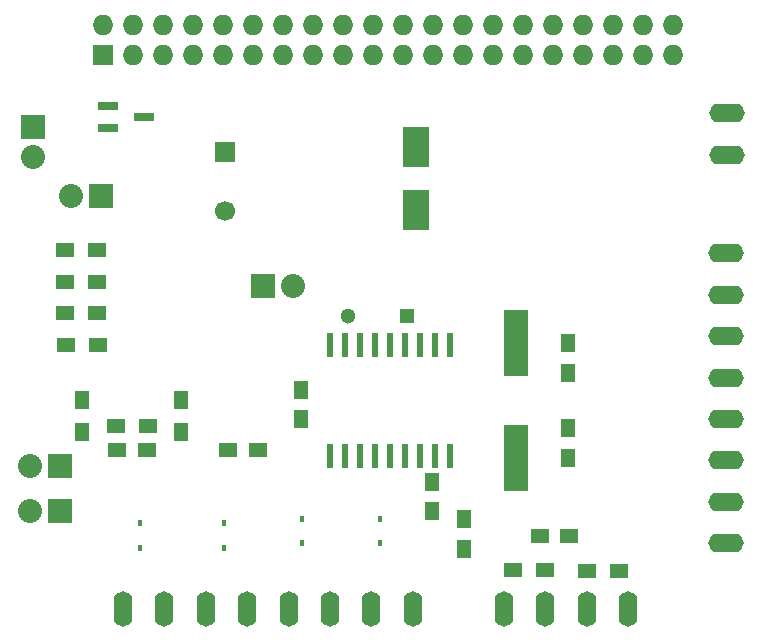
<source format=gbs>
G04 #@! TF.FileFunction,Soldermask,Bot*
%FSLAX46Y46*%
G04 Gerber Fmt 4.6, Leading zero omitted, Abs format (unit mm)*
G04 Created by KiCad (PCBNEW (2015-06-25 BZR 5821)-product) date Thu 25 Jun 2015 01:48:58 PM EDT*
%MOMM*%
G01*
G04 APERTURE LIST*
%ADD10C,0.200000*%
%ADD11R,1.500000X1.300000*%
%ADD12R,0.600000X2.000000*%
%ADD13R,1.250000X1.500000*%
%ADD14C,1.700000*%
%ADD15R,1.700000X1.700000*%
%ADD16R,1.300000X1.300000*%
%ADD17C,1.300000*%
%ADD18R,1.500000X1.250000*%
%ADD19R,2.301240X3.500120*%
%ADD20R,0.450000X0.590000*%
%ADD21O,3.000000X1.600000*%
%ADD22R,1.727200X1.727200*%
%ADD23O,1.727200X1.727200*%
%ADD24R,2.032000X2.032000*%
%ADD25O,2.032000X2.032000*%
%ADD26R,1.800860X0.800100*%
%ADD27R,1.300000X1.500000*%
%ADD28R,2.100580X5.600700*%
%ADD29O,1.600000X3.000000*%
G04 APERTURE END LIST*
D10*
D11*
X78359000Y-69977000D03*
X81059000Y-69977000D03*
X72103000Y-69850000D03*
X74803000Y-69850000D03*
D12*
X56642000Y-50799000D03*
X57912000Y-50799000D03*
X59182000Y-50799000D03*
X60452000Y-50799000D03*
X61722000Y-50799000D03*
X62992000Y-50799000D03*
X64262000Y-50799000D03*
X65532000Y-50799000D03*
X66802000Y-50799000D03*
X66802000Y-60199000D03*
X65532000Y-60199000D03*
X64262000Y-60199000D03*
X62992000Y-60199000D03*
X61722000Y-60199000D03*
X60452000Y-60199000D03*
X59182000Y-60199000D03*
X57912000Y-60199000D03*
X56642000Y-60199000D03*
D13*
X76800000Y-50650000D03*
X76800000Y-53150000D03*
D14*
X47752000Y-39497000D03*
D15*
X47752000Y-34497000D03*
D16*
X63119000Y-48387000D03*
D17*
X58119000Y-48387000D03*
D18*
X48026000Y-59690000D03*
X50526000Y-59690000D03*
X38628000Y-59690000D03*
X41128000Y-59690000D03*
D13*
X65278000Y-62377000D03*
X65278000Y-64877000D03*
X67945000Y-68052000D03*
X67945000Y-65552000D03*
X76800000Y-60350000D03*
X76800000Y-57850000D03*
X54200000Y-57100000D03*
X54200000Y-54600000D03*
D18*
X76900000Y-67000000D03*
X74400000Y-67000000D03*
D19*
X63881000Y-39403020D03*
X63881000Y-34002980D03*
D20*
X40513000Y-65874000D03*
X40513000Y-67984000D03*
X47625000Y-65874000D03*
X47625000Y-67984000D03*
X54229000Y-65493000D03*
X54229000Y-67603000D03*
X60833000Y-65493000D03*
X60833000Y-67603000D03*
D21*
X90200000Y-31200000D03*
X90200000Y-34700000D03*
D22*
X37370000Y-26270000D03*
D23*
X37370000Y-23730000D03*
X39910000Y-26270000D03*
X39910000Y-23730000D03*
X42450000Y-26270000D03*
X42450000Y-23730000D03*
X44990000Y-26270000D03*
X44990000Y-23730000D03*
X47530000Y-26270000D03*
X47530000Y-23730000D03*
X50070000Y-26270000D03*
X50070000Y-23730000D03*
X52610000Y-26270000D03*
X52610000Y-23730000D03*
X55150000Y-26270000D03*
X55150000Y-23730000D03*
X57690000Y-26270000D03*
X57690000Y-23730000D03*
X60230000Y-26270000D03*
X60230000Y-23730000D03*
X62770000Y-26270000D03*
X62770000Y-23730000D03*
X65310000Y-26270000D03*
X65310000Y-23730000D03*
X67850000Y-26270000D03*
X67850000Y-23730000D03*
X70390000Y-26270000D03*
X70390000Y-23730000D03*
X72930000Y-26270000D03*
X72930000Y-23730000D03*
X75470000Y-26270000D03*
X75470000Y-23730000D03*
X78010000Y-26270000D03*
X78010000Y-23730000D03*
X80550000Y-26270000D03*
X80550000Y-23730000D03*
X83090000Y-26270000D03*
X83090000Y-23730000D03*
X85630000Y-26270000D03*
X85630000Y-23730000D03*
D24*
X33782000Y-61087000D03*
D25*
X31242000Y-61087000D03*
D26*
X37868860Y-32446000D03*
X37868860Y-30546000D03*
X40871140Y-31496000D03*
D11*
X34231000Y-42758000D03*
X36931000Y-42758000D03*
X34231000Y-45425000D03*
X36931000Y-45425000D03*
X34231000Y-48092000D03*
X36931000Y-48092000D03*
X34250000Y-50800000D03*
X36950000Y-50800000D03*
D27*
X35600000Y-55450000D03*
X35600000Y-58150000D03*
X44000000Y-55450000D03*
X44000000Y-58150000D03*
D11*
X38528000Y-57658000D03*
X41228000Y-57658000D03*
D24*
X50927000Y-45847000D03*
D25*
X53467000Y-45847000D03*
D24*
X37211000Y-38227000D03*
D25*
X34671000Y-38227000D03*
D24*
X31496000Y-32385000D03*
D25*
X31496000Y-34925000D03*
D24*
X33782000Y-64897000D03*
D25*
X31242000Y-64897000D03*
D28*
X72390000Y-50650140D03*
X72390000Y-60347860D03*
D21*
X90170000Y-57053000D03*
X90170000Y-60553000D03*
X90170000Y-64053000D03*
X90170000Y-67553000D03*
X90170000Y-53553000D03*
X90170000Y-50053000D03*
X90170000Y-46553000D03*
X90170000Y-43053000D03*
D29*
X53116000Y-73152000D03*
X56616000Y-73152000D03*
X60116000Y-73152000D03*
X63616000Y-73152000D03*
X49616000Y-73152000D03*
X46116000Y-73152000D03*
X42616000Y-73152000D03*
X39116000Y-73152000D03*
X71359000Y-73152000D03*
X74859000Y-73152000D03*
X78359000Y-73152000D03*
X81859000Y-73152000D03*
M02*

</source>
